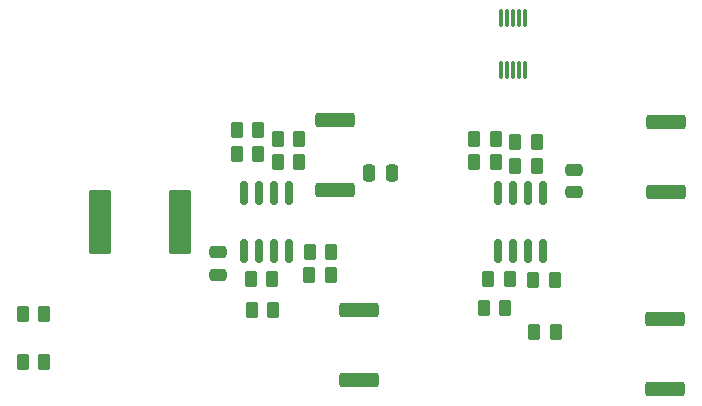
<source format=gbr>
%TF.GenerationSoftware,KiCad,Pcbnew,7.0.7*%
%TF.CreationDate,2024-11-11T15:48:16-05:00*%
%TF.ProjectId,control-board_v2,636f6e74-726f-46c2-9d62-6f6172645f76,rev?*%
%TF.SameCoordinates,Original*%
%TF.FileFunction,Paste,Bot*%
%TF.FilePolarity,Positive*%
%FSLAX46Y46*%
G04 Gerber Fmt 4.6, Leading zero omitted, Abs format (unit mm)*
G04 Created by KiCad (PCBNEW 7.0.7) date 2024-11-11 15:48:16*
%MOMM*%
%LPD*%
G01*
G04 APERTURE LIST*
G04 Aperture macros list*
%AMRoundRect*
0 Rectangle with rounded corners*
0 $1 Rounding radius*
0 $2 $3 $4 $5 $6 $7 $8 $9 X,Y pos of 4 corners*
0 Add a 4 corners polygon primitive as box body*
4,1,4,$2,$3,$4,$5,$6,$7,$8,$9,$2,$3,0*
0 Add four circle primitives for the rounded corners*
1,1,$1+$1,$2,$3*
1,1,$1+$1,$4,$5*
1,1,$1+$1,$6,$7*
1,1,$1+$1,$8,$9*
0 Add four rect primitives between the rounded corners*
20,1,$1+$1,$2,$3,$4,$5,0*
20,1,$1+$1,$4,$5,$6,$7,0*
20,1,$1+$1,$6,$7,$8,$9,0*
20,1,$1+$1,$8,$9,$2,$3,0*%
G04 Aperture macros list end*
%ADD10RoundRect,0.250000X1.425000X-0.362500X1.425000X0.362500X-1.425000X0.362500X-1.425000X-0.362500X0*%
%ADD11RoundRect,0.250000X-0.262500X-0.450000X0.262500X-0.450000X0.262500X0.450000X-0.262500X0.450000X0*%
%ADD12RoundRect,0.250000X0.262500X0.450000X-0.262500X0.450000X-0.262500X-0.450000X0.262500X-0.450000X0*%
%ADD13RoundRect,0.150000X0.150000X-0.825000X0.150000X0.825000X-0.150000X0.825000X-0.150000X-0.825000X0*%
%ADD14RoundRect,0.250000X0.475000X-0.250000X0.475000X0.250000X-0.475000X0.250000X-0.475000X-0.250000X0*%
%ADD15RoundRect,0.250000X-1.425000X0.362500X-1.425000X-0.362500X1.425000X-0.362500X1.425000X0.362500X0*%
%ADD16RoundRect,0.250000X-0.712500X-2.475000X0.712500X-2.475000X0.712500X2.475000X-0.712500X2.475000X0*%
%ADD17RoundRect,0.150000X-0.150000X0.825000X-0.150000X-0.825000X0.150000X-0.825000X0.150000X0.825000X0*%
%ADD18RoundRect,0.250000X-0.475000X0.250000X-0.475000X-0.250000X0.475000X-0.250000X0.475000X0.250000X0*%
%ADD19RoundRect,0.075000X-0.075000X0.650000X-0.075000X-0.650000X0.075000X-0.650000X0.075000X0.650000X0*%
%ADD20RoundRect,0.250000X-0.250000X-0.475000X0.250000X-0.475000X0.250000X0.475000X-0.250000X0.475000X0*%
G04 APERTURE END LIST*
D10*
%TO.C,R14*%
X75510000Y-39592500D03*
X75510000Y-33667500D03*
%TD*%
D11*
%TO.C,R6*%
X39187500Y-36380000D03*
X41012500Y-36380000D03*
%TD*%
D12*
%TO.C,R18*%
X22912500Y-50000000D03*
X21087500Y-50000000D03*
%TD*%
%TO.C,R22*%
X64622500Y-37420000D03*
X62797500Y-37420000D03*
%TD*%
D10*
%TO.C,R1*%
X47560000Y-39480000D03*
X47560000Y-33555000D03*
%TD*%
D11*
%TO.C,R11*%
X60127500Y-49430000D03*
X61952500Y-49430000D03*
%TD*%
D12*
%TO.C,R10*%
X66222500Y-51500000D03*
X64397500Y-51500000D03*
%TD*%
D13*
%TO.C,U4*%
X65120000Y-44645000D03*
X63850000Y-44645000D03*
X62580000Y-44645000D03*
X61310000Y-44645000D03*
X61310000Y-39695000D03*
X62580000Y-39695000D03*
X63850000Y-39695000D03*
X65120000Y-39695000D03*
%TD*%
D14*
%TO.C,C3*%
X67790000Y-39650000D03*
X67790000Y-37750000D03*
%TD*%
D11*
%TO.C,R4*%
X45357500Y-46700000D03*
X47182500Y-46700000D03*
%TD*%
D15*
%TO.C,R9*%
X75500000Y-50395000D03*
X75500000Y-56320000D03*
%TD*%
%TO.C,R2*%
X49540000Y-49660000D03*
X49540000Y-55585000D03*
%TD*%
D12*
%TO.C,R5*%
X41012500Y-34400000D03*
X39187500Y-34400000D03*
%TD*%
%TO.C,R12*%
X62312500Y-46960000D03*
X60487500Y-46960000D03*
%TD*%
D16*
%TO.C,F1*%
X27632500Y-42170000D03*
X34407500Y-42170000D03*
%TD*%
D17*
%TO.C,U2*%
X39860000Y-39695000D03*
X41130000Y-39695000D03*
X42400000Y-39695000D03*
X43670000Y-39695000D03*
X43670000Y-44645000D03*
X42400000Y-44645000D03*
X41130000Y-44645000D03*
X39860000Y-44645000D03*
%TD*%
D11*
%TO.C,R8*%
X40377500Y-47010000D03*
X42202500Y-47010000D03*
%TD*%
D12*
%TO.C,R13*%
X66122500Y-47090000D03*
X64297500Y-47090000D03*
%TD*%
%TO.C,R3*%
X42282500Y-49650000D03*
X40457500Y-49650000D03*
%TD*%
%TO.C,R16*%
X61132500Y-35130000D03*
X59307500Y-35130000D03*
%TD*%
D11*
%TO.C,R20*%
X42687500Y-37130000D03*
X44512500Y-37130000D03*
%TD*%
%TO.C,R7*%
X45367500Y-44710000D03*
X47192500Y-44710000D03*
%TD*%
%TO.C,R19*%
X42687500Y-35150000D03*
X44512500Y-35150000D03*
%TD*%
D18*
%TO.C,C7*%
X37600000Y-44750000D03*
X37600000Y-46650000D03*
%TD*%
D12*
%TO.C,R15*%
X64592500Y-35370000D03*
X62767500Y-35370000D03*
%TD*%
%TO.C,R17*%
X22912500Y-54000000D03*
X21087500Y-54000000D03*
%TD*%
D19*
%TO.C,U3*%
X61580000Y-24880000D03*
X62080000Y-24880000D03*
X62580000Y-24880000D03*
X63080000Y-24880000D03*
X63580000Y-24880000D03*
X63580000Y-29280000D03*
X63080000Y-29280000D03*
X62580000Y-29280000D03*
X62080000Y-29280000D03*
X61580000Y-29280000D03*
%TD*%
D20*
%TO.C,C2*%
X50420000Y-38020000D03*
X52320000Y-38020000D03*
%TD*%
D12*
%TO.C,R21*%
X61132500Y-37130000D03*
X59307500Y-37130000D03*
%TD*%
M02*

</source>
